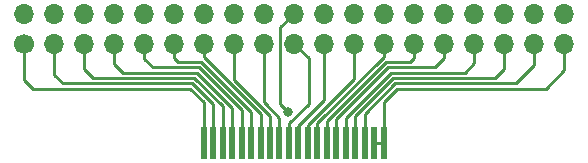
<source format=gbr>
%TF.GenerationSoftware,KiCad,Pcbnew,7.0.9*%
%TF.CreationDate,2023-11-20T12:28:53+01:00*%
%TF.ProjectId,perfboardCard,70657266-626f-4617-9264-436172642e6b,rev?*%
%TF.SameCoordinates,Original*%
%TF.FileFunction,Copper,L1,Top*%
%TF.FilePolarity,Positive*%
%FSLAX46Y46*%
G04 Gerber Fmt 4.6, Leading zero omitted, Abs format (unit mm)*
G04 Created by KiCad (PCBNEW 7.0.9) date 2023-11-20 12:28:53*
%MOMM*%
%LPD*%
G01*
G04 APERTURE LIST*
%TA.AperFunction,ComponentPad*%
%ADD10O,1.700000X1.700000*%
%TD*%
%TA.AperFunction,ComponentPad*%
%ADD11C,1.700000*%
%TD*%
%TA.AperFunction,SMDPad,CuDef*%
%ADD12R,0.550000X2.800000*%
%TD*%
%TA.AperFunction,ViaPad*%
%ADD13C,0.800000*%
%TD*%
%TA.AperFunction,Conductor*%
%ADD14C,0.250000*%
%TD*%
G04 APERTURE END LIST*
D10*
%TO.P,J2,38,Pin_38*%
%TO.N,GND*%
X127796000Y-94996000D03*
%TO.P,J2,37,Pin_37*%
%TO.N,+5V*%
X127796000Y-97536000D03*
%TO.P,J2,36,Pin_36*%
%TO.N,/IO-CS3*%
X125256000Y-94996000D03*
%TO.P,J2,35,Pin_35*%
%TO.N,/IO-CS1*%
X125256000Y-97536000D03*
%TO.P,J2,34,Pin_34*%
%TO.N,/CS*%
X122716000Y-94996000D03*
%TO.P,J2,33,Pin_33*%
%TO.N,/IO-CS2*%
X122716000Y-97536000D03*
%TO.P,J2,32,Pin_32*%
%TO.N,/A0*%
X120176000Y-94996000D03*
%TO.P,J2,31,Pin_31*%
%TO.N,/WAIT*%
X120176000Y-97536000D03*
%TO.P,J2,30,Pin_30*%
%TO.N,/A1*%
X117636000Y-94996000D03*
%TO.P,J2,29,Pin_29*%
%TO.N,/NMI*%
X117636000Y-97536000D03*
%TO.P,J2,28,Pin_28*%
%TO.N,/A2*%
X115096000Y-94996000D03*
%TO.P,J2,27,Pin_27*%
%TO.N,/INT*%
X115096000Y-97536000D03*
%TO.P,J2,26,Pin_26*%
%TO.N,/A3*%
X112556000Y-94996000D03*
%TO.P,J2,25,Pin_25*%
%TO.N,/WR*%
X112556000Y-97536000D03*
%TO.P,J2,24,Pin_24*%
%TO.N,/A4*%
X110016000Y-94996000D03*
%TO.P,J2,23,Pin_23*%
%TO.N,/RD*%
X110016000Y-97536000D03*
%TO.P,J2,22,Pin_22*%
%TO.N,/A5*%
X107476000Y-94996000D03*
%TO.P,J2,21,Pin_21*%
%TO.N,/MREQ*%
X107476000Y-97536000D03*
%TO.P,J2,20,Pin_20*%
%TO.N,/A6*%
X104936000Y-94996000D03*
%TO.P,J2,19,Pin_19*%
%TO.N,/IORQ*%
X104936000Y-97536000D03*
%TO.P,J2,18,Pin_18*%
%TO.N,/A7*%
X102396000Y-94996000D03*
%TO.P,J2,17,Pin_17*%
%TO.N,/RST*%
X102396000Y-97536000D03*
%TO.P,J2,16,Pin_16*%
%TO.N,/A8*%
X99856000Y-94996000D03*
%TO.P,J2,15,Pin_15*%
%TO.N,/D0*%
X99856000Y-97536000D03*
%TO.P,J2,14,Pin_14*%
%TO.N,/A9*%
X97316000Y-94996000D03*
%TO.P,J2,13,Pin_13*%
%TO.N,/D1*%
X97316000Y-97536000D03*
%TO.P,J2,12,Pin_12*%
%TO.N,/A10*%
X94776000Y-94996000D03*
%TO.P,J2,11,Pin_11*%
%TO.N,/D2*%
X94776000Y-97536000D03*
%TO.P,J2,10,Pin_10*%
%TO.N,/A11*%
X92236000Y-94996000D03*
%TO.P,J2,9,Pin_9*%
%TO.N,/D3*%
X92236000Y-97536000D03*
%TO.P,J2,8,Pin_8*%
%TO.N,/A12*%
X89696000Y-94996000D03*
%TO.P,J2,7,Pin_7*%
%TO.N,/D4*%
X89696000Y-97536000D03*
%TO.P,J2,6,Pin_6*%
%TO.N,/A13*%
X87156000Y-94996000D03*
%TO.P,J2,5,Pin_5*%
%TO.N,/D5*%
X87156000Y-97536000D03*
%TO.P,J2,4,Pin_4*%
%TO.N,/A14*%
X84616000Y-94996000D03*
%TO.P,J2,3,Pin_3*%
%TO.N,/D6*%
X84616000Y-97536000D03*
%TO.P,J2,2,Pin_2*%
%TO.N,/A15*%
X82076000Y-94996000D03*
D11*
%TO.P,J2,1,Pin_1*%
%TO.N,/D7*%
X82076000Y-97536000D03*
%TD*%
D12*
%TO.P,J1,1,Pin_1*%
%TO.N,/D7*%
X97297000Y-105918000D03*
%TO.P,J1,2,Pin_2*%
%TO.N,/D6*%
X98097000Y-105918000D03*
%TO.P,J1,3,Pin_3*%
%TO.N,/D5*%
X98897000Y-105918000D03*
%TO.P,J1,4,Pin_4*%
%TO.N,/D4*%
X99697000Y-105918000D03*
%TO.P,J1,5,Pin_5*%
%TO.N,/D3*%
X100497000Y-105918000D03*
%TO.P,J1,6,Pin_6*%
%TO.N,/D2*%
X101297000Y-105918000D03*
%TO.P,J1,7,Pin_7*%
%TO.N,/D1*%
X102097000Y-105918000D03*
%TO.P,J1,8,Pin_8*%
%TO.N,/D0*%
X102897000Y-105918000D03*
%TO.P,J1,9,Pin_9*%
%TO.N,/RST*%
X103697000Y-105918000D03*
%TO.P,J1,10,Pin_10*%
%TO.N,/IORQ*%
X104497000Y-105918000D03*
%TO.P,J1,11,Pin_11*%
%TO.N,/MREQ*%
X105312000Y-105918000D03*
%TO.P,J1,12,Pin_12*%
%TO.N,/RD*%
X106112000Y-105918000D03*
%TO.P,J1,13,Pin_13*%
%TO.N,/WR*%
X106912000Y-105918000D03*
%TO.P,J1,14,Pin_14*%
%TO.N,/INT*%
X107712000Y-105918000D03*
%TO.P,J1,15,Pin_15*%
%TO.N,/NMI*%
X108512000Y-105918000D03*
%TO.P,J1,16,Pin_16*%
%TO.N,/WAIT*%
X109312000Y-105918000D03*
%TO.P,J1,17,Pin_17*%
%TO.N,/IO-CS2*%
X110112000Y-105918000D03*
%TO.P,J1,18,Pin_18*%
%TO.N,/IO-CS1*%
X110912000Y-105918000D03*
%TO.P,J1,19,Pin_19*%
%TO.N,+5V*%
X111712000Y-105918000D03*
%TO.P,J1,20,Pin_20*%
X112512000Y-105918000D03*
%TD*%
D13*
%TO.N,/A6*%
X104416081Y-103347320D03*
%TD*%
D14*
%TO.N,/A6*%
X103761000Y-102692239D02*
X103761000Y-96171000D01*
X104416081Y-103347320D02*
X103761000Y-102692239D01*
X103761000Y-96171000D02*
X104936000Y-94996000D01*
%TO.N,/IORQ*%
X104497000Y-104291000D02*
X106172000Y-102616000D01*
X104497000Y-105918000D02*
X104497000Y-104291000D01*
X106172000Y-102616000D02*
X106172000Y-98772000D01*
X106172000Y-98772000D02*
X104936000Y-97536000D01*
%TO.N,/MREQ*%
X105312000Y-105918000D02*
X105312000Y-104492000D01*
X105312000Y-104492000D02*
X107476000Y-102328000D01*
X107476000Y-102328000D02*
X107476000Y-97536000D01*
%TO.N,/RST*%
X103697000Y-103820055D02*
X102554472Y-102677528D01*
X102396000Y-97536000D02*
X102396000Y-102519056D01*
X102396000Y-102519056D02*
X102554472Y-102677528D01*
X103697000Y-105918000D02*
X103697000Y-103820055D01*
%TO.N,/RD*%
X106112000Y-105918000D02*
X106112000Y-104451451D01*
X106112000Y-104451451D02*
X110016000Y-100547451D01*
X110016000Y-100547451D02*
X110016000Y-97536000D01*
%TO.N,/WR*%
X112556000Y-97536000D02*
X112556000Y-98643847D01*
X112556000Y-98643847D02*
X106912000Y-104287847D01*
X106912000Y-104287847D02*
X106912000Y-105918000D01*
%TO.N,/INT*%
X115096000Y-97536000D02*
X115096000Y-98738081D01*
X115096000Y-98738081D02*
X114738081Y-99096000D01*
X114738081Y-99096000D02*
X112740243Y-99096000D01*
X112740243Y-99096000D02*
X107712000Y-104124243D01*
X107712000Y-104124243D02*
X107712000Y-105918000D01*
%TO.N,/D0*%
X99856000Y-97536000D02*
X99856000Y-100615451D01*
X99856000Y-100615451D02*
X102897000Y-103656451D01*
X102897000Y-103656451D02*
X102897000Y-105918000D01*
%TO.N,/D1*%
X97316000Y-97536000D02*
X97316000Y-98711847D01*
X97316000Y-98711847D02*
X102097000Y-103492847D01*
X102097000Y-103492847D02*
X102097000Y-105918000D01*
%TO.N,/D2*%
X94776000Y-97536000D02*
X94776000Y-98738081D01*
X94776000Y-98738081D02*
X95133919Y-99096000D01*
X95133919Y-99096000D02*
X97063757Y-99096000D01*
X97063757Y-99096000D02*
X101297000Y-103329243D01*
X101297000Y-103329243D02*
X101297000Y-105918000D01*
%TO.N,/D3*%
X92236000Y-98818000D02*
X92964000Y-99546000D01*
X92236000Y-97536000D02*
X92236000Y-98818000D01*
X92964000Y-99546000D02*
X96877361Y-99546000D01*
X96877361Y-99546000D02*
X100497000Y-103165639D01*
X100497000Y-103165639D02*
X100497000Y-105918000D01*
%TO.N,/D4*%
X89696000Y-99268000D02*
X90424000Y-99996000D01*
X89696000Y-97536000D02*
X89696000Y-99268000D01*
X99697000Y-103002035D02*
X99697000Y-105918000D01*
X90424000Y-99996000D02*
X96690965Y-99996000D01*
X96690965Y-99996000D02*
X99697000Y-103002035D01*
%TO.N,/D5*%
X87156000Y-99718000D02*
X87884000Y-100446000D01*
X87156000Y-97536000D02*
X87156000Y-99718000D01*
X87884000Y-100446000D02*
X96504569Y-100446000D01*
X96504569Y-100446000D02*
X98897000Y-102838431D01*
X98897000Y-102838431D02*
X98897000Y-105918000D01*
%TO.N,/D6*%
X84616000Y-100168000D02*
X85344000Y-100896000D01*
X84616000Y-97536000D02*
X84616000Y-100168000D01*
X85344000Y-100896000D02*
X96318173Y-100896000D01*
X96318173Y-100896000D02*
X98097000Y-102674827D01*
X98097000Y-102674827D02*
X98097000Y-105918000D01*
%TO.N,/D7*%
X82076000Y-97536000D02*
X82076000Y-100618000D01*
X82076000Y-100618000D02*
X82804000Y-101346000D01*
X97297000Y-102511223D02*
X97297000Y-105918000D01*
X82804000Y-101346000D02*
X96131777Y-101346000D01*
X96131777Y-101346000D02*
X97297000Y-102511223D01*
%TO.N,/NMI*%
X117636000Y-98750000D02*
X116840000Y-99546000D01*
X116840000Y-99546000D02*
X112926639Y-99546000D01*
X117636000Y-97536000D02*
X117636000Y-98750000D01*
X108512000Y-103960639D02*
X108512000Y-105918000D01*
X112926639Y-99546000D02*
X108512000Y-103960639D01*
%TO.N,/WAIT*%
X120176000Y-97536000D02*
X120176000Y-99200000D01*
X120176000Y-99200000D02*
X119380000Y-99996000D01*
X119380000Y-99996000D02*
X113113035Y-99996000D01*
X113113035Y-99996000D02*
X109312000Y-103797035D01*
X109312000Y-103797035D02*
X109312000Y-105918000D01*
%TO.N,/IO-CS2*%
X122716000Y-99650000D02*
X121920000Y-100446000D01*
X122716000Y-97536000D02*
X122716000Y-99650000D01*
X121920000Y-100446000D02*
X113299431Y-100446000D01*
X113299431Y-100446000D02*
X110112000Y-103633431D01*
X110112000Y-103633431D02*
X110112000Y-105918000D01*
%TO.N,/IO-CS1*%
X113485827Y-100896000D02*
X123698000Y-100896000D01*
X110912000Y-103469827D02*
X113485827Y-100896000D01*
X125256000Y-99338000D02*
X125256000Y-97536000D01*
X110912000Y-105918000D02*
X110912000Y-103469827D01*
X123698000Y-100896000D02*
X125256000Y-99338000D01*
%TO.N,+5V*%
X113672223Y-101346000D02*
X126238000Y-101346000D01*
X112512000Y-102506223D02*
X113672223Y-101346000D01*
X112512000Y-105918000D02*
X112512000Y-102506223D01*
X126238000Y-101346000D02*
X127796000Y-99788000D01*
X127796000Y-99788000D02*
X127796000Y-97536000D01*
X112512000Y-105918000D02*
X111712000Y-105918000D01*
%TD*%
M02*

</source>
